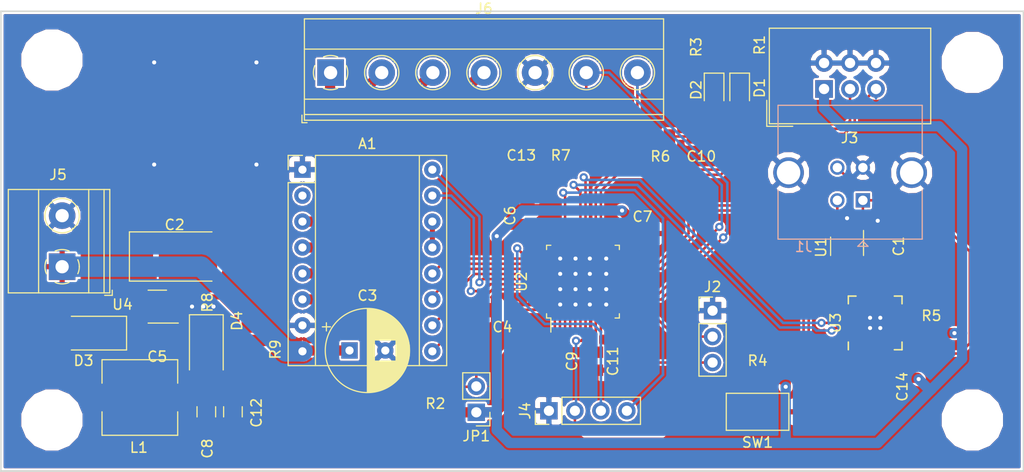
<source format=kicad_pcb>
(kicad_pcb (version 20171130) (host pcbnew "(5.0.0-rc2-dev-647-g0f5eb421b)")
  (layers (0 F.Cu signal) (31 B.Cu signal) (34 B.Paste user) (35 F.Paste user) (36 B.SilkS user) (37 F.SilkS user) (38 B.Mask user) (39 F.Mask user) (44 Edge.Cuts user))
  (net 0 "")
  (net 1 +12V)
  (net 2 GND)
  (net 3 /END_STOP1)
  (net 4 /END_STOP2)
  (net 5 /A1)
  (net 6 /A2)
  (net 7 /B1)
  (net 8 /B2)
  (net 9 "Net-(D1-Pad1)")
  (net 10 /~RST)
  (net 11 +3V3)
  (net 12 "Net-(R5-Pad2)")
  (net 13 "Net-(C10-Pad1)")
  (net 14 "Net-(C13-Pad1)")
  (net 15 "Net-(R8-Pad2)")
  (net 16 "Net-(D2-Pad1)")
  (net 17 "Net-(JP1-Pad2)")
  (net 18 "Net-(C5-Pad1)")
  (net 19 "Net-(C5-Pad2)")
  (net 20 "Net-(J1-Pad3)")
  (net 21 "Net-(J1-Pad2)")
  (net 22 "Net-(U1-Pad4)")
  (net 23 "Net-(U1-Pad6)")
  (net 24 "Net-(C1-Pad1)")
  (net 25 "Net-(U2-Pad2)")
  (net 26 "Net-(U2-Pad3)")
  (net 27 "Net-(U2-Pad4)")
  (net 28 "Net-(U2-Pad5)")
  (net 29 "Net-(U2-Pad6)")
  (net 30 "Net-(U2-Pad10)")
  (net 31 "Net-(U2-Pad11)")
  (net 32 /UART_DEBUG_TX)
  (net 33 /UART_DEBUG_RX)
  (net 34 "Net-(U2-Pad14)")
  (net 35 "Net-(U2-Pad17)")
  (net 36 "Net-(U2-Pad18)")
  (net 37 "Net-(U2-Pad19)")
  (net 38 "Net-(U2-Pad20)")
  (net 39 /UART_PANEL_RX)
  (net 40 /UART_PANEL_TX)
  (net 41 "Net-(U2-Pad25)")
  (net 42 "Net-(U2-Pad26)")
  (net 43 /LED1)
  (net 44 /LED2)
  (net 45 "Net-(U2-Pad29)")
  (net 46 /UART_USB_TX)
  (net 47 /UART_USB_RX)
  (net 48 "Net-(U2-Pad32)")
  (net 49 "Net-(U2-Pad33)")
  (net 50 /SWD_IO)
  (net 51 /SWD_CLK)
  (net 52 /MS2)
  (net 53 /MS1)
  (net 54 /MS0)
  (net 55 /~ENA)
  (net 56 /DIR)
  (net 57 /STEP)
  (net 58 "Net-(U2-Pad45)")
  (net 59 "Net-(U2-Pad46)")
  (net 60 "Net-(U3-Pad1)")
  (net 61 "Net-(U3-Pad2)")
  (net 62 "Net-(U3-Pad7)")
  (net 63 "Net-(U3-Pad10)")
  (net 64 "Net-(U3-Pad11)")
  (net 65 "Net-(U3-Pad12)")
  (net 66 "Net-(U3-Pad13)")
  (net 67 "Net-(U3-Pad14)")
  (net 68 "Net-(U3-Pad15)")
  (net 69 "Net-(U3-Pad16)")
  (net 70 "Net-(U3-Pad17)")
  (net 71 "Net-(U3-Pad18)")
  (net 72 "Net-(U3-Pad19)")
  (net 73 "Net-(U3-Pad20)")
  (net 74 "Net-(U3-Pad21)")
  (net 75 "Net-(U3-Pad22)")
  (net 76 "Net-(U3-Pad23)")
  (net 77 "Net-(U3-Pad24)")
  (net 78 "Net-(U3-Pad27)")
  (net 79 "Net-(U3-Pad28)")
  (net 80 "Net-(A1-Pad2)")
  (net 81 "Net-(A1-Pad13)")
  (module Connector_PinHeader_2.54mm:PinHeader_1x04_P2.54mm_Vertical (layer F.Cu) (at 153.6 99.1 90)
    (fp_text reference J4 (at 0 -2.33 90) (layer F.SilkS))
    (fp_text value SWD_01X04)
    (pad 1 thru_hole rect (at 0 0 90) (size 1.7 1.7) (drill 1) (layers *.Cu *.Mask) (net 2 GND))
    (pad 2 thru_hole oval (at 0 2.54 90) (size 1.7 1.7) (drill 1) (layers *.Cu *.Mask) (net 10 /~RST))
    (pad 3 thru_hole oval (at 0 5.08 90) (size 1.7 1.7) (drill 1) (layers *.Cu *.Mask) (net 51 /SWD_CLK))
    (pad 4 thru_hole oval (at 0 7.62 90) (size 1.7 1.7) (drill 1) (layers *.Cu *.Mask) (net 50 /SWD_IO))
  )
  (module Package_TO_SOT_SMD:SOT-23-6 (layer F.Cu) (at 182.75 83 270)
    (fp_text reference U1 (at 0.1 2.55 270) (layer F.SilkS))
    (fp_text value USBLC6-2SC6)
    (pad 1 smd rect (at -1.1 -0.95 270) (size 1.06 0.65) (layers F.Cu F.Paste F.Mask) (net 20 "Net-(J1-Pad3)"))
    (pad 2 smd rect (at -1.1 0 270) (size 1.06 0.65) (layers F.Cu F.Paste F.Mask) (net 2 GND))
    (pad 3 smd rect (at -1.1 0.95 270) (size 1.06 0.65) (layers F.Cu F.Paste F.Mask) (net 21 "Net-(J1-Pad2)"))
    (pad 4 smd rect (at 1.1 0.95 270) (size 1.06 0.65) (layers F.Cu F.Paste F.Mask) (net 22 "Net-(U1-Pad4)"))
    (pad 6 smd rect (at 1.1 -0.95 270) (size 1.06 0.65) (layers F.Cu F.Paste F.Mask) (net 23 "Net-(U1-Pad6)"))
    (pad 5 smd rect (at 1.1 0 270) (size 1.06 0.65) (layers F.Cu F.Paste F.Mask) (net 24 "Net-(C1-Pad1)"))
  )
  (module Connector_USB:USB_B_TE_5787834_Vertical (layer B.Cu) (at 184.3 78.5)
    (fp_text reference J1 (at -5.8 4.55) (layer B.SilkS) (effects (justify mirror)))
    (fp_text value USB_B)
    (pad 5 thru_hole circle (at 4.77 -2.71) (size 3 3) (drill 2.3) (layers *.Cu *.Mask) (net 2 GND))
    (pad 4 thru_hole circle (at 0 -3.2) (size 1.4 1.4) (drill 0.92) (layers *.Cu *.Mask) (net 2 GND))
    (pad 3 thru_hole circle (at -2.5 -3.2) (size 1.4 1.4) (drill 0.92) (layers *.Cu *.Mask) (net 20 "Net-(J1-Pad3)"))
    (pad 1 thru_hole rect (at 0 0) (size 1.4 1.4) (drill 0.92) (layers *.Cu *.Mask) (net 24 "Net-(C1-Pad1)"))
    (pad 5 thru_hole circle (at -7.27 -2.71) (size 3 3) (drill 2.3) (layers *.Cu *.Mask) (net 2 GND))
    (pad 2 thru_hole circle (at -2.5 0) (size 1.4 1.4) (drill 0.92) (layers *.Cu *.Mask) (net 21 "Net-(J1-Pad2)"))
  )
  (module Connector_PinHeader_2.54mm:PinHeader_1x03_P2.54mm_Vertical (layer F.Cu) (at 169.6 89.3)
    (fp_text reference J2 (at 0 -2.33) (layer F.SilkS))
    (fp_text value UART_01X03)
    (pad 1 thru_hole rect (at 0 0) (size 1.7 1.7) (drill 1) (layers *.Cu *.Mask) (net 2 GND))
    (pad 2 thru_hole oval (at 0 2.54) (size 1.7 1.7) (drill 1) (layers *.Cu *.Mask) (net 33 /UART_DEBUG_RX))
    (pad 3 thru_hole oval (at 0 5.08) (size 1.7 1.7) (drill 1) (layers *.Cu *.Mask) (net 32 /UART_DEBUG_TX))
  )
  (module Capacitor_SMD:C_0805_2012Metric (layer F.Cu) (at 185.75 83 90)
    (fp_text reference C1 (at 0 2.05 90) (layer F.SilkS))
    (fp_text value 100n)
    (pad 1 smd rect (at -0.88 0 90) (size 1.12 1.4) (layers F.Cu F.Paste F.Mask) (net 24 "Net-(C1-Pad1)"))
    (pad 2 smd rect (at 0.88 0 90) (size 1.12 1.4) (layers F.Cu F.Paste F.Mask) (net 2 GND))
  )
  (module Connector_IDC:IDC-Header_2x03_P2.54mm_Vertical (layer F.Cu) (at 180.5 67.6 90)
    (fp_text reference J3 (at -4.8 2.5 180) (layer F.SilkS))
    (fp_text value IDC_02X03)
    (pad 1 thru_hole rect (at 0 0 90) (size 1.7272 1.7272) (drill 1.016) (layers *.Cu *.Mask) (net 11 +3V3))
    (pad 2 thru_hole oval (at 2.54 0 90) (size 1.7272 1.7272) (drill 1.016) (layers *.Cu *.Mask) (net 2 GND))
    (pad 3 thru_hole oval (at 0 2.54 90) (size 1.7272 1.7272) (drill 1.016) (layers *.Cu *.Mask) (net 40 /UART_PANEL_TX))
    (pad 4 thru_hole oval (at 2.54 2.54 90) (size 1.7272 1.7272) (drill 1.016) (layers *.Cu *.Mask) (net 2 GND))
    (pad 5 thru_hole oval (at 0 5.08 90) (size 1.7272 1.7272) (drill 1.016) (layers *.Cu *.Mask) (net 39 /UART_PANEL_RX))
    (pad 6 thru_hole oval (at 2.54 5.08 90) (size 1.7272 1.7272) (drill 1.016) (layers *.Cu *.Mask) (net 2 GND))
  )
  (module LED_SMD:LED_0805_2012Metric (layer F.Cu) (at 169.75 67.75 270)
    (fp_text reference D2 (at -0.05 1.75 270) (layer F.SilkS))
    (fp_text value LED)
    (pad 2 smd rect (at 0.88 0 270) (size 1.12 1.4) (layers F.Cu F.Paste F.Mask) (net 44 /LED2))
    (pad 1 smd rect (at -0.88 0 270) (size 1.12 1.4) (layers F.Cu F.Paste F.Mask) (net 16 "Net-(D2-Pad1)"))
  )
  (module LED_SMD:LED_0805_2012Metric (layer F.Cu) (at 172.25 67.75 270)
    (fp_text reference D1 (at -0.25 -1.95 90) (layer F.SilkS))
    (fp_text value LED)
    (pad 1 smd rect (at -0.88 0 270) (size 1.12 1.4) (layers F.Cu F.Paste F.Mask) (net 9 "Net-(D1-Pad1)"))
    (pad 2 smd rect (at 0.88 0 270) (size 1.12 1.4) (layers F.Cu F.Paste F.Mask) (net 43 /LED1))
  )
  (module Resistor_SMD:R_0805_2012Metric (layer F.Cu) (at 169.75 63.5 90)
    (fp_text reference R3 (at 0 -1.75 270) (layer F.SilkS))
    (fp_text value 330R)
    (pad 1 smd rect (at -0.88 0 90) (size 1.12 1.4) (layers F.Cu F.Paste F.Mask) (net 16 "Net-(D2-Pad1)"))
    (pad 2 smd rect (at 0.88 0 90) (size 1.12 1.4) (layers F.Cu F.Paste F.Mask) (net 2 GND))
  )
  (module Resistor_SMD:R_0805_2012Metric (layer F.Cu) (at 172.25 63.5 90)
    (fp_text reference R1 (at 0.2 1.95 90) (layer F.SilkS))
    (fp_text value 330R)
    (pad 1 smd rect (at -0.88 0 90) (size 1.12 1.4) (layers F.Cu F.Paste F.Mask) (net 9 "Net-(D1-Pad1)"))
    (pad 2 smd rect (at 0.88 0 90) (size 1.12 1.4) (layers F.Cu F.Paste F.Mask) (net 2 GND))
  )
  (module Package_QFP:LQFP-48_7x7mm_P0.5mm (layer F.Cu) (at 156.928 86.46 90)
    (fp_text reference U2 (at 0 -6 90) (layer F.SilkS))
    (fp_text value STM32F072CBTx)
    (pad 1 smd rect (at -4.35 -2.75 90) (size 1.3 0.25) (layers F.Cu F.Paste F.Mask) (net 11 +3V3))
    (pad 2 smd rect (at -4.35 -2.25 90) (size 1.3 0.25) (layers F.Cu F.Paste F.Mask) (net 25 "Net-(U2-Pad2)"))
    (pad 3 smd rect (at -4.35 -1.75 90) (size 1.3 0.25) (layers F.Cu F.Paste F.Mask) (net 26 "Net-(U2-Pad3)"))
    (pad 4 smd rect (at -4.35 -1.25 90) (size 1.3 0.25) (layers F.Cu F.Paste F.Mask) (net 27 "Net-(U2-Pad4)"))
    (pad 5 smd rect (at -4.35 -0.75 90) (size 1.3 0.25) (layers F.Cu F.Paste F.Mask) (net 28 "Net-(U2-Pad5)"))
    (pad 6 smd rect (at -4.35 -0.25 90) (size 1.3 0.25) (layers F.Cu F.Paste F.Mask) (net 29 "Net-(U2-Pad6)"))
    (pad 7 smd rect (at -4.35 0.25 90) (size 1.3 0.25) (layers F.Cu F.Paste F.Mask) (net 10 /~RST))
    (pad 8 smd rect (at -4.35 0.75 90) (size 1.3 0.25) (layers F.Cu F.Paste F.Mask) (net 2 GND))
    (pad 9 smd rect (at -4.35 1.25 90) (size 1.3 0.25) (layers F.Cu F.Paste F.Mask) (net 11 +3V3))
    (pad 10 smd rect (at -4.35 1.75 90) (size 1.3 0.25) (layers F.Cu F.Paste F.Mask) (net 30 "Net-(U2-Pad10)"))
    (pad 11 smd rect (at -4.35 2.25 90) (size 1.3 0.25) (layers F.Cu F.Paste F.Mask) (net 31 "Net-(U2-Pad11)"))
    (pad 12 smd rect (at -4.35 2.75 90) (size 1.3 0.25) (layers F.Cu F.Paste F.Mask) (net 32 /UART_DEBUG_TX))
    (pad 13 smd rect (at -2.75 4.35 180) (size 1.3 0.25) (layers F.Cu F.Paste F.Mask) (net 33 /UART_DEBUG_RX))
    (pad 14 smd rect (at -2.25 4.35 180) (size 1.3 0.25) (layers F.Cu F.Paste F.Mask) (net 34 "Net-(U2-Pad14)"))
    (pad 15 smd rect (at -1.75 4.35 180) (size 1.3 0.25) (layers F.Cu F.Paste F.Mask) (net 3 /END_STOP1))
    (pad 16 smd rect (at -1.25 4.35 180) (size 1.3 0.25) (layers F.Cu F.Paste F.Mask) (net 4 /END_STOP2))
    (pad 17 smd rect (at -0.75 4.35 180) (size 1.3 0.25) (layers F.Cu F.Paste F.Mask) (net 35 "Net-(U2-Pad17)"))
    (pad 18 smd rect (at -0.25 4.35 180) (size 1.3 0.25) (layers F.Cu F.Paste F.Mask) (net 36 "Net-(U2-Pad18)"))
    (pad 19 smd rect (at 0.25 4.35 180) (size 1.3 0.25) (layers F.Cu F.Paste F.Mask) (net 37 "Net-(U2-Pad19)"))
    (pad 20 smd rect (at 0.75 4.35 180) (size 1.3 0.25) (layers F.Cu F.Paste F.Mask) (net 38 "Net-(U2-Pad20)"))
    (pad 21 smd rect (at 1.25 4.35 180) (size 1.3 0.25) (layers F.Cu F.Paste F.Mask) (net 39 /UART_PANEL_RX))
    (pad 22 smd rect (at 1.75 4.35 180) (size 1.3 0.25) (layers F.Cu F.Paste F.Mask) (net 40 /UART_PANEL_TX))
    (pad 23 smd rect (at 2.25 4.35 180) (size 1.3 0.25) (layers F.Cu F.Paste F.Mask) (net 2 GND))
    (pad 24 smd rect (at 2.75 4.35 180) (size 1.3 0.25) (layers F.Cu F.Paste F.Mask) (net 11 +3V3))
    (pad 25 smd rect (at 4.35 2.75 90) (size 1.3 0.25) (layers F.Cu F.Paste F.Mask) (net 41 "Net-(U2-Pad25)"))
    (pad 26 smd rect (at 4.35 2.25 90) (size 1.3 0.25) (layers F.Cu F.Paste F.Mask) (net 42 "Net-(U2-Pad26)"))
    (pad 27 smd rect (at 4.35 1.75 90) (size 1.3 0.25) (layers F.Cu F.Paste F.Mask) (net 43 /LED1))
    (pad 28 smd rect (at 4.35 1.25 90) (size 1.3 0.25) (layers F.Cu F.Paste F.Mask) (net 44 /LED2))
    (pad 29 smd rect (at 4.35 0.75 90) (size 1.3 0.25) (layers F.Cu F.Paste F.Mask) (net 45 "Net-(U2-Pad29)"))
    (pad 30 smd rect (at 4.35 0.25 90) (size 1.3 0.25) (layers F.Cu F.Paste F.Mask) (net 46 /UART_USB_TX))
    (pad 31 smd rect (at 4.35 -0.25 90) (size 1.3 0.25) (layers F.Cu F.Paste F.Mask) (net 47 /UART_USB_RX))
    (pad 32 smd rect (at 4.35 -0.75 90) (size 1.3 0.25) (layers F.Cu F.Paste F.Mask) (net 48 "Net-(U2-Pad32)"))
    (pad 33 smd rect (at 4.35 -1.25 90) (size 1.3 0.25) (layers F.Cu F.Paste F.Mask) (net 49 "Net-(U2-Pad33)"))
    (pad 34 smd rect (at 4.35 -1.75 90) (size 1.3 0.25) (layers F.Cu F.Paste F.Mask) (net 50 /SWD_IO))
    (pad 35 smd rect (at 4.35 -2.25 90) (size 1.3 0.25) (layers F.Cu F.Paste F.Mask) (net 2 GND))
    (pad 36 smd rect (at 4.35 -2.75 90) (size 1.3 0.25) (layers F.Cu F.Paste F.Mask) (net 11 +3V3))
    (pad 37 smd rect (at 2.75 -4.35 180) (size 1.3 0.25) (layers F.Cu F.Paste F.Mask) (net 51 /SWD_CLK))
    (pad 38 smd rect (at 2.25 -4.35 180) (size 1.3 0.25) (layers F.Cu F.Paste F.Mask) (net 52 /MS2))
    (pad 39 smd rect (at 1.75 -4.35 180) (size 1.3 0.25) (layers F.Cu F.Paste F.Mask) (net 53 /MS1))
    (pad 40 smd rect (at 1.25 -4.35 180) (size 1.3 0.25) (layers F.Cu F.Paste F.Mask) (net 54 /MS0))
    (pad 41 smd rect (at 0.75 -4.35 180) (size 1.3 0.25) (layers F.Cu F.Paste F.Mask) (net 55 /~ENA))
    (pad 42 smd rect (at 0.25 -4.35 180) (size 1.3 0.25) (layers F.Cu F.Paste F.Mask) (net 56 /DIR))
    (pad 43 smd rect (at -0.25 -4.35 180) (size 1.3 0.25) (layers F.Cu F.Paste F.Mask) (net 57 /STEP))
    (pad 44 smd rect (at -0.75 -4.35 180) (size 1.3 0.25) (layers F.Cu F.Paste F.Mask) (net 17 "Net-(JP1-Pad2)"))
    (pad 45 smd rect (at -1.25 -4.35 180) (size 1.3 0.25) (layers F.Cu F.Paste F.Mask) (net 58 "Net-(U2-Pad45)"))
    (pad 46 smd rect (at -1.75 -4.35 180) (size 1.3 0.25) (layers F.Cu F.Paste F.Mask) (net 59 "Net-(U2-Pad46)"))
    (pad 47 smd rect (at -2.25 -4.35 180) (size 1.3 0.25) (layers F.Cu F.Paste F.Mask) (net 2 GND))
    (pad 48 smd rect (at -2.75 -4.35 180) (size 1.3 0.25) (layers F.Cu F.Paste F.Mask) (net 11 +3V3))
  )
  (module Module:Pololu_Breakout-16_15.2x20.3mm (layer F.Cu) (at 129.5 75.5)
    (fp_text reference A1 (at 6.35 -2.54) (layer F.SilkS))
    (fp_text value Pololu_Breakout_DRV8825)
    (pad 1 thru_hole rect (at 0 0) (size 1.6 1.6) (drill 0.8) (layers *.Cu *.Mask) (net 2 GND))
    (pad 9 thru_hole oval (at 12.7 17.78) (size 1.6 1.6) (drill 0.8) (layers *.Cu *.Mask) (net 55 /~ENA))
    (pad 2 thru_hole oval (at 0 2.54) (size 1.6 1.6) (drill 0.8) (layers *.Cu *.Mask) (net 80 "Net-(A1-Pad2)"))
    (pad 10 thru_hole oval (at 12.7 15.24) (size 1.6 1.6) (drill 0.8) (layers *.Cu *.Mask) (net 54 /MS0))
    (pad 3 thru_hole oval (at 0 5.08) (size 1.6 1.6) (drill 0.8) (layers *.Cu *.Mask) (net 6 /A2))
    (pad 11 thru_hole oval (at 12.7 12.7) (size 1.6 1.6) (drill 0.8) (layers *.Cu *.Mask) (net 53 /MS1))
    (pad 4 thru_hole oval (at 0 7.62) (size 1.6 1.6) (drill 0.8) (layers *.Cu *.Mask) (net 5 /A1))
    (pad 12 thru_hole oval (at 12.7 10.16) (size 1.6 1.6) (drill 0.8) (layers *.Cu *.Mask) (net 52 /MS2))
    (pad 5 thru_hole oval (at 0 10.16) (size 1.6 1.6) (drill 0.8) (layers *.Cu *.Mask) (net 7 /B1))
    (pad 13 thru_hole oval (at 12.7 7.62) (size 1.6 1.6) (drill 0.8) (layers *.Cu *.Mask) (net 81 "Net-(A1-Pad13)"))
    (pad 6 thru_hole oval (at 0 12.7) (size 1.6 1.6) (drill 0.8) (layers *.Cu *.Mask) (net 8 /B2))
    (pad 14 thru_hole oval (at 12.7 5.08) (size 1.6 1.6) (drill 0.8) (layers *.Cu *.Mask) (net 81 "Net-(A1-Pad13)"))
    (pad 7 thru_hole oval (at 0 15.24) (size 1.6 1.6) (drill 0.8) (layers *.Cu *.Mask) (net 2 GND))
    (pad 15 thru_hole oval (at 12.7 2.54) (size 1.6 1.6) (drill 0.8) (layers *.Cu *.Mask) (net 57 /STEP))
    (pad 8 thru_hole oval (at 0 17.78) (size 1.6 1.6) (drill 0.8) (layers *.Cu *.Mask) (net 1 +12V))
    (pad 16 thru_hole oval (at 12.7 0) (size 1.6 1.6) (drill 0.8) (layers *.Cu *.Mask) (net 56 /DIR))
  )
  (module Button_Switch_SMD:SW_SPST_FSMSM (layer F.Cu) (at 174 99.2 180)
    (fp_text reference SW1 (at 0 -3 180) (layer F.SilkS))
    (fp_text value SW_Push)
    (pad 1 smd rect (at -4.59 0 180) (size 2.18 1.6) (layers F.Cu F.Paste F.Mask) (net 2 GND))
    (pad 2 smd rect (at 4.59 0 180) (size 2.18 1.6) (layers F.Cu F.Paste F.Mask) (net 10 /~RST))
  )
  (module Connector_PinHeader_2.54mm:PinHeader_1x02_P2.54mm_Vertical (layer F.Cu) (at 146.5 99.25 180)
    (fp_text reference JP1 (at 0 -2.33 180) (layer F.SilkS))
    (fp_text value PROG)
    (pad 1 thru_hole rect (at 0 0 180) (size 1.7 1.7) (drill 1) (layers *.Cu *.Mask) (net 11 +3V3))
    (pad 2 thru_hole oval (at 0 2.54 180) (size 1.7 1.7) (drill 1) (layers *.Cu *.Mask) (net 17 "Net-(JP1-Pad2)"))
  )
  (module Resistor_SMD:R_0805_2012Metric (layer F.Cu) (at 174 96 180)
    (fp_text reference R4 (at 0 1.8 180) (layer F.SilkS))
    (fp_text value 10k)
    (pad 2 smd rect (at 0.88 0 180) (size 1.12 1.4) (layers F.Cu F.Paste F.Mask) (net 10 /~RST))
    (pad 1 smd rect (at -0.88 0 180) (size 1.12 1.4) (layers F.Cu F.Paste F.Mask) (net 11 +3V3))
  )
  (module Capacitor_SMD:C_0805_2012Metric (layer F.Cu) (at 186.5 96.75 270)
    (fp_text reference C14 (at 0 -1.65 270) (layer F.SilkS))
    (fp_text value 100n)
    (pad 2 smd rect (at 0.88 0 270) (size 1.12 1.4) (layers F.Cu F.Paste F.Mask) (net 2 GND))
    (pad 1 smd rect (at -0.88 0 270) (size 1.12 1.4) (layers F.Cu F.Paste F.Mask) (net 11 +3V3))
  )
  (module Package_DFN_QFN:QFN-28-1EP_5x5mm_P0.5mm_EP3.35x3.35mm (layer F.Cu) (at 185.5 90.5 90)
    (fp_text reference U3 (at 0 -3.875 90) (layer F.SilkS))
    (fp_text value CP2102)
    (pad 1 smd oval (at -2.45 -1.5 90) (size 0.85 0.3) (layers F.Cu F.Paste F.Mask) (net 60 "Net-(U3-Pad1)"))
    (pad 2 smd oval (at -2.45 -1 90) (size 0.85 0.3) (layers F.Cu F.Paste F.Mask) (net 61 "Net-(U3-Pad2)"))
    (pad 3 smd oval (at -2.45 -0.5 90) (size 0.85 0.3) (layers F.Cu F.Paste F.Mask) (net 2 GND))
    (pad 4 smd oval (at -2.45 0 90) (size 0.85 0.3) (layers F.Cu F.Paste F.Mask) (net 23 "Net-(U1-Pad6)"))
    (pad 5 smd oval (at -2.45 0.5 90) (size 0.85 0.3) (layers F.Cu F.Paste F.Mask) (net 22 "Net-(U1-Pad4)"))
    (pad 6 smd oval (at -2.45 1 90) (size 0.85 0.3) (layers F.Cu F.Paste F.Mask) (net 11 +3V3))
    (pad 7 smd oval (at -2.45 1.5 90) (size 0.85 0.3) (layers F.Cu F.Paste F.Mask) (net 62 "Net-(U3-Pad7)"))
    (pad 8 smd oval (at -1.5 2.45 180) (size 0.85 0.3) (layers F.Cu F.Paste F.Mask) (net 24 "Net-(C1-Pad1)"))
    (pad 9 smd oval (at -1 2.45 180) (size 0.85 0.3) (layers F.Cu F.Paste F.Mask) (net 12 "Net-(R5-Pad2)"))
    (pad 10 smd oval (at -0.5 2.45 180) (size 0.85 0.3) (layers F.Cu F.Paste F.Mask) (net 63 "Net-(U3-Pad10)"))
    (pad 11 smd oval (at 0 2.45 180) (size 0.85 0.3) (layers F.Cu F.Paste F.Mask) (net 64 "Net-(U3-Pad11)"))
    (pad 12 smd oval (at 0.5 2.45 180) (size 0.85 0.3) (layers F.Cu F.Paste F.Mask) (net 65 "Net-(U3-Pad12)"))
    (pad 13 smd oval (at 1 2.45 180) (size 0.85 0.3) (layers F.Cu F.Paste F.Mask) (net 66 "Net-(U3-Pad13)"))
    (pad 14 smd oval (at 1.5 2.45 180) (size 0.85 0.3) (layers F.Cu F.Paste F.Mask) (net 67 "Net-(U3-Pad14)"))
    (pad 15 smd oval (at 2.45 1.5 90) (size 0.85 0.3) (layers F.Cu F.Paste F.Mask) (net 68 "Net-(U3-Pad15)"))
    (pad 16 smd oval (at 2.45 1 90) (size 0.85 0.3) (layers F.Cu F.Paste F.Mask) (net 69 "Net-(U3-Pad16)"))
    (pad 17 smd oval (at 2.45 0.5 90) (size 0.85 0.3) (layers F.Cu F.Paste F.Mask) (net 70 "Net-(U3-Pad17)"))
    (pad 18 smd oval (at 2.45 0 90) (size 0.85 0.3) (layers F.Cu F.Paste F.Mask) (net 71 "Net-(U3-Pad18)"))
    (pad 19 smd oval (at 2.45 -0.5 90) (size 0.85 0.3) (layers F.Cu F.Paste F.Mask) (net 72 "Net-(U3-Pad19)"))
    (pad 20 smd oval (at 2.45 -1 90) (size 0.85 0.3) (layers F.Cu F.Paste F.Mask) (net 73 "Net-(U3-Pad20)"))
    (pad 21 smd oval (at 2.45 -1.5 90) (size 0.85 0.3) (layers F.Cu F.Paste F.Mask) (net 74 "Net-(U3-Pad21)"))
    (pad 22 smd oval (at 1.5 -2.45 180) (size 0.85 0.3) (layers F.Cu F.Paste F.Mask) (net 75 "Net-(U3-Pad22)"))
    (pad 23 smd oval (at 1 -2.45 180) (size 0.85 0.3) (layers F.Cu F.Paste F.Mask) (net 76 "Net-(U3-Pad23)"))
    (pad 24 smd oval (at 0.5 -2.45 180) (size 0.85 0.3) (layers F.Cu F.Paste F.Mask) (net 77 "Net-(U3-Pad24)"))
    (pad 25 smd oval (at 0 -2.45 180) (size 0.85 0.3) (layers F.Cu F.Paste F.Mask) (net 46 /UART_USB_TX))
    (pad 26 smd oval (at -0.5 -2.45 180) (size 0.85 0.3) (layers F.Cu F.Paste F.Mask) (net 47 /UART_USB_RX))
    (pad 27 smd oval (at -1 -2.45 180) (size 0.85 0.3) (layers F.Cu F.Paste F.Mask) (net 78 "Net-(U3-Pad27)"))
    (pad 28 smd oval (at -1.5 -2.45 180) (size 0.85 0.3) (layers F.Cu F.Paste F.Mask) (net 79 "Net-(U3-Pad28)"))
    (pad 29 smd rect (at 0 0 90) (size 3.35 3.35) (layers F.Cu F.Mask) (net 2 GND))
  )
  (module Resistor_SMD:R_0805_2012Metric (layer F.Cu) (at 191 91.5 180)
    (fp_text reference R5 (at 0 1.7 180) (layer F.SilkS))
    (fp_text value R)
    (pad 1 smd rect (at -0.88 0 180) (size 1.12 1.4) (layers F.Cu F.Paste F.Mask) (net 11 +3V3))
    (pad 2 smd rect (at 0.88 0 180) (size 1.12 1.4) (layers F.Cu F.Paste F.Mask) (net 12 "Net-(R5-Pad2)"))
  )
  (module Resistor_SMD:R_0805_2012Metric (layer F.Cu) (at 142.5 96.75 180)
    (fp_text reference R2 (at 0 -1.65 180) (layer F.SilkS))
    (fp_text value 10k)
    (pad 2 smd rect (at 0.88 0 180) (size 1.12 1.4) (layers F.Cu F.Paste F.Mask) (net 2 GND))
    (pad 1 smd rect (at -0.88 0 180) (size 1.12 1.4) (layers F.Cu F.Paste F.Mask) (net 17 "Net-(JP1-Pad2)"))
  )
  (module Capacitor_THT:CP_Radial_D8.0mm_P3.50mm (layer F.Cu) (at 134.1 93.2)
    (fp_text reference C3 (at 1.75 -5.37) (layer F.SilkS))
    (fp_text value 100u/50V)
    (pad 1 thru_hole rect (at 0 0) (size 1.6 1.6) (drill 0.8) (layers *.Cu *.Mask) (net 1 +12V))
    (pad 2 thru_hole circle (at 3.5 0) (size 1.6 1.6) (drill 0.8) (layers *.Cu *.Mask) (net 2 GND))
  )
  (module TerminalBlock_Phoenix:TerminalBlock_Phoenix_MKDS-1,5-2_1x02_P5.00mm_Horizontal (layer F.Cu) (at 106 85 90)
    (fp_text reference J5 (at 9 -0.4 180) (layer F.SilkS))
    (fp_text value Power_Terminal)
    (pad 1 thru_hole rect (at 0 0 90) (size 2.6 2.6) (drill 1.3) (layers *.Cu *.Mask) (net 1 +12V))
    (pad 2 thru_hole circle (at 5 0 90) (size 2.6 2.6) (drill 1.3) (layers *.Cu *.Mask) (net 2 GND))
  )
  (module TerminalBlock_Phoenix:TerminalBlock_Phoenix_MKDS-1,5-7_1x07_P5.00mm_Horizontal (layer F.Cu) (at 132.25 66)
    (fp_text reference J6 (at 15 -6.26) (layer F.SilkS))
    (fp_text value Screw_Terminal)
    (pad 1 thru_hole rect (at 0 0) (size 2.6 2.6) (drill 1.3) (layers *.Cu *.Mask) (net 6 /A2))
    (pad 2 thru_hole circle (at 5 0) (size 2.6 2.6) (drill 1.3) (layers *.Cu *.Mask) (net 5 /A1))
    (pad 3 thru_hole circle (at 10 0) (size 2.6 2.6) (drill 1.3) (layers *.Cu *.Mask) (net 7 /B1))
    (pad 4 thru_hole circle (at 15 0) (size 2.6 2.6) (drill 1.3) (layers *.Cu *.Mask) (net 8 /B2))
    (pad 5 thru_hole circle (at 20 0) (size 2.6 2.6) (drill 1.3) (layers *.Cu *.Mask) (net 2 GND))
    (pad 6 thru_hole circle (at 25 0) (size 2.6 2.6) (drill 1.3) (layers *.Cu *.Mask) (net 4 /END_STOP2))
    (pad 7 thru_hole circle (at 30 0) (size 2.6 2.6) (drill 1.3) (layers *.Cu *.Mask) (net 3 /END_STOP1))
  )
  (module Capacitor_SMD:C_0805_2012Metric (layer F.Cu) (at 149.054 89.254 180)
    (fp_text reference C4 (at 0 -1.65 180) (layer F.SilkS))
    (fp_text value 100n)
    (pad 2 smd rect (at 0.88 0 180) (size 1.12 1.4) (layers F.Cu F.Paste F.Mask) (net 2 GND))
    (pad 1 smd rect (at -0.88 0 180) (size 1.12 1.4) (layers F.Cu F.Paste F.Mask) (net 11 +3V3))
  )
  (module Capacitor_SMD:C_0805_2012Metric (layer F.Cu) (at 115.3 92.1 180)
    (fp_text reference C5 (at 0 -1.7 180) (layer F.SilkS))
    (fp_text value 100n)
    (pad 1 smd rect (at -0.88 0 180) (size 1.12 1.4) (layers F.Cu F.Paste F.Mask) (net 18 "Net-(C5-Pad1)"))
    (pad 2 smd rect (at 0.88 0 180) (size 1.12 1.4) (layers F.Cu F.Paste F.Mask) (net 19 "Net-(C5-Pad2)"))
  )
  (module Capacitor_SMD:C_0805_2012Metric (layer F.Cu) (at 151.5 80 90)
    (fp_text reference C6 (at 0 -1.7 90) (layer F.SilkS))
    (fp_text value 100n)
    (pad 2 smd rect (at 0.88 0 90) (size 1.12 1.4) (layers F.Cu F.Paste F.Mask) (net 2 GND))
    (pad 1 smd rect (at -0.88 0 90) (size 1.12 1.4) (layers F.Cu F.Paste F.Mask) (net 11 +3V3))
  )
  (module Capacitor_SMD:C_0805_2012Metric (layer F.Cu) (at 162.75 81.75)
    (fp_text reference C7 (at 0 -1.65) (layer F.SilkS))
    (fp_text value 100n)
    (pad 1 smd rect (at -0.88 0) (size 1.12 1.4) (layers F.Cu F.Paste F.Mask) (net 11 +3V3))
    (pad 2 smd rect (at 0.88 0) (size 1.12 1.4) (layers F.Cu F.Paste F.Mask) (net 2 GND))
  )
  (module Capacitor_SMD:C_0805_2012Metric (layer F.Cu) (at 154.2 94.25 270)
    (fp_text reference C9 (at 0 -1.65 270) (layer F.SilkS))
    (fp_text value 100n)
    (pad 2 smd rect (at 0.88 0 270) (size 1.12 1.4) (layers F.Cu F.Paste F.Mask) (net 2 GND))
    (pad 1 smd rect (at -0.88 0 270) (size 1.12 1.4) (layers F.Cu F.Paste F.Mask) (net 11 +3V3))
  )
  (module Capacitor_SMD:C_0805_2012Metric (layer F.Cu) (at 168.5 72.25)
    (fp_text reference C10 (at 0 1.95) (layer F.SilkS))
    (fp_text value 10n)
    (pad 1 smd rect (at -0.88 0) (size 1.12 1.4) (layers F.Cu F.Paste F.Mask) (net 13 "Net-(C10-Pad1)"))
    (pad 2 smd rect (at 0.88 0) (size 1.12 1.4) (layers F.Cu F.Paste F.Mask) (net 2 GND))
  )
  (module Capacitor_SMD:C_0805_2012Metric (layer F.Cu) (at 158.2 94.25 270)
    (fp_text reference C11 (at 0 -1.65 270) (layer F.SilkS))
    (fp_text value 100n)
    (pad 2 smd rect (at 0.88 0 270) (size 1.12 1.4) (layers F.Cu F.Paste F.Mask) (net 2 GND))
    (pad 1 smd rect (at -0.88 0 270) (size 1.12 1.4) (layers F.Cu F.Paste F.Mask) (net 11 +3V3))
  )
  (module Capacitor_SMD:C_0805_2012Metric (layer F.Cu) (at 150.75 72.25 180)
    (fp_text reference C13 (at -0.15 -1.85 180) (layer F.SilkS))
    (fp_text value 10n)
    (pad 1 smd rect (at -0.88 0 180) (size 1.12 1.4) (layers F.Cu F.Paste F.Mask) (net 14 "Net-(C13-Pad1)"))
    (pad 2 smd rect (at 0.88 0 180) (size 1.12 1.4) (layers F.Cu F.Paste F.Mask) (net 2 GND))
  )
  (module Capacitor_SMD:C_1206_3216Metric (layer F.Cu) (at 120.1 99.2 270)
    (fp_text reference C8 (at 3.6 -0.1 270) (layer F.SilkS))
    (fp_text value 10u/10V)
    (pad 2 smd rect (at 1.43 0 270) (size 1.22 1.8) (layers F.Cu F.Paste F.Mask) (net 2 GND))
    (pad 1 smd rect (at -1.43 0 270) (size 1.22 1.8) (layers F.Cu F.Paste F.Mask) (net 11 +3V3))
  )
  (module Capacitor_SMD:C_1206_3216Metric (layer F.Cu) (at 122.7 99.2 270)
    (fp_text reference C12 (at 0.1 -2.3 270) (layer F.SilkS))
    (fp_text value 10u/10V)
    (pad 1 smd rect (at -1.43 0 270) (size 1.22 1.8) (layers F.Cu F.Paste F.Mask) (net 11 +3V3))
    (pad 2 smd rect (at 1.43 0 270) (size 1.22 1.8) (layers F.Cu F.Paste F.Mask) (net 2 GND))
  )
  (module Capacitor_Tantalum_SMD:CP_EIA-7343-31_Kemet-D (layer F.Cu) (at 117 84)
    (fp_text reference C2 (at 0 -3.1) (layer F.SilkS))
    (fp_text value 22u/25V)
    (pad 1 smd rect (at -3.13 0) (size 2.06 2.6) (layers F.Cu F.Paste F.Mask) (net 1 +12V))
    (pad 2 smd rect (at 3.13 0) (size 2.06 2.6) (layers F.Cu F.Paste F.Mask) (net 2 GND))
  )
  (module Diode_SMD:D_SMA (layer F.Cu) (at 108.9 91.5 180)
    (fp_text reference D3 (at 0.8 -2.7 180) (layer F.SilkS))
    (fp_text value SS14)
    (pad 2 smd rect (at 2 0 180) (size 2.5 1.8) (layers F.Cu F.Paste F.Mask) (net 2 GND))
    (pad 1 smd rect (at -2 0 180) (size 2.5 1.8) (layers F.Cu F.Paste F.Mask) (net 19 "Net-(C5-Pad2)"))
  )
  (module Diode_SMD:D_SMA (layer F.Cu) (at 120.1 93.1 270)
    (fp_text reference D4 (at -2.8 -3 270) (layer F.SilkS))
    (fp_text value SS14)
    (pad 1 smd rect (at -2 0 270) (size 2.5 1.8) (layers F.Cu F.Paste F.Mask) (net 18 "Net-(C5-Pad1)"))
    (pad 2 smd rect (at 2 0 270) (size 2.5 1.8) (layers F.Cu F.Paste F.Mask) (net 11 +3V3))
  )
  (module Inductor_SMD:L_7.3x7.3_H4.5 (layer F.Cu) (at 113.6 97.8)
    (fp_text reference L1 (at -0.1 4.9) (layer F.SilkS))
    (fp_text value DE0704-22)
    (pad 1 smd rect (at -3.2 0) (size 1.5 2.2) (layers F.Cu F.Paste F.Mask) (net 19 "Net-(C5-Pad2)"))
    (pad 2 smd rect (at 3.2 0) (size 1.5 2.2) (layers F.Cu F.Paste F.Mask) (net 11 +3V3))
  )
  (module KLIB_Mechanical:Bolt_M3 (layer F.Cu) (at 105 100)
    (fp_text reference H1 hide)
    (fp_text value M3)
    (pad "" np_thru_hole circle (at 0 0) (size 3 3) (drill 3) (layers *.Cu *.Mask) (clearance 1.5))
  )
  (module KLIB_Mechanical:Bolt_M3 (layer F.Cu) (at 105 64.77)
    (fp_text reference H2 hide)
    (fp_text value M3)
    (pad "" np_thru_hole circle (at 0 0) (size 3 3) (drill 3) (layers *.Cu *.Mask) (clearance 1.5))
  )
  (module KLIB_Mechanical:Bolt_M3 (layer F.Cu) (at 195 100)
    (fp_text reference H3 hide)
    (fp_text value M3)
    (pad "" np_thru_hole circle (at 0 0) (size 3 3) (drill 3) (layers *.Cu *.Mask) (clearance 1.5))
  )
  (module KLIB_Mechanical:Bolt_M3 (layer F.Cu) (at 195 65)
    (fp_text reference H4 hide)
    (fp_text value M3)
    (pad "" np_thru_hole circle (at 0 0) (size 3 3) (drill 3) (layers *.Cu *.Mask) (clearance 1.5))
  )
  (module Package_TO_SOT_SMD:SOT-23-6_Handsoldering (layer F.Cu) (at 115.309164 88.906584 180)
    (fp_text reference U4 (at 3.409164 0.206584 180) (layer F.SilkS))
    (fp_text value MCP16301H)
    (pad 1 smd rect (at -1.35 -0.95 180) (size 1.56 0.65) (layers F.Cu F.Paste F.Mask) (net 18 "Net-(C5-Pad1)"))
    (pad 2 smd rect (at -1.35 0 180) (size 1.56 0.65) (layers F.Cu F.Paste F.Mask) (net 2 GND))
    (pad 3 smd rect (at -1.35 0.95 180) (size 1.56 0.65) (layers F.Cu F.Paste F.Mask) (net 15 "Net-(R8-Pad2)"))
    (pad 4 smd rect (at 1.35 0.95 180) (size 1.56 0.65) (layers F.Cu F.Paste F.Mask) (net 1 +12V))
    (pad 6 smd rect (at 1.35 -0.95 180) (size 1.56 0.65) (layers F.Cu F.Paste F.Mask) (net 19 "Net-(C5-Pad2)"))
    (pad 5 smd rect (at 1.35 0 180) (size 1.56 0.65) (layers F.Cu F.Paste F.Mask) (net 1 +12V))
  )
  (module Resistor_SMD:R_0805_2012Metric (layer F.Cu) (at 123.1 93.1 90)
    (fp_text reference R8 (at 4.6 -2.9 90) (layer F.SilkS))
    (fp_text value 33k)
    (pad 1 smd rect (at -0.88 0 90) (size 1.12 1.4) (layers F.Cu F.Paste F.Mask) (net 11 +3V3))
    (pad 2 smd rect (at 0.88 0 90) (size 1.12 1.4) (layers F.Cu F.Paste F.Mask) (net 15 "Net-(R8-Pad2)"))
  )
  (module Resistor_SMD:R_0805_2012Metric (layer F.Cu) (at 125.2 93.1 270)
    (fp_text reference R9 (at 0 -1.65 270) (layer F.SilkS))
    (fp_text value 10k)
    (pad 2 smd rect (at 0.88 0 270) (size 1.12 1.4) (layers F.Cu F.Paste F.Mask) (net 2 GND))
    (pad 1 smd rect (at -0.88 0 270) (size 1.12 1.4) (layers F.Cu F.Paste F.Mask) (net 15 "Net-(R8-Pad2)"))
  )
  (module Resistor_SMD:R_0805_2012Metric (layer F.Cu) (at 154.75 72.25 180)
    (fp_text reference R7 (at 0 -1.85 180) (layer F.SilkS))
    (fp_text value 100R)
    (pad 1 smd rect (at -0.88 0 180) (size 1.12 1.4) (layers F.Cu F.Paste F.Mask) (net 4 /END_STOP2))
    (pad 2 smd rect (at 0.88 0 180) (size 1.12 1.4) (layers F.Cu F.Paste F.Mask) (net 14 "Net-(C13-Pad1)"))
  )
  (module Resistor_SMD:R_0805_2012Metric (layer F.Cu) (at 164.5 72.25)
    (fp_text reference R6 (at 0 1.95) (layer F.SilkS))
    (fp_text value 100R)
    (pad 2 smd rect (at 0.88 0) (size 1.12 1.4) (layers F.Cu F.Paste F.Mask) (net 13 "Net-(C10-Pad1)"))
    (pad 1 smd rect (at -0.88 0) (size 1.12 1.4) (layers F.Cu F.Paste F.Mask) (net 3 /END_STOP1))
  )
  (gr_line (start 100 105) (end 100 60) (layer Edge.Cuts) (width 0.15))
  (gr_line (start 200 105) (end 100 105) (layer Edge.Cuts) (width 0.15))
  (gr_line (start 200 60) (end 200 105) (layer Edge.Cuts) (width 0.15))
  (gr_line (start 100 60) (end 200 60) (layer Edge.Cuts) (width 0.15))
  (segment (start 129.5 93.28) (end 127.88 93.28) (width 2) (layer B.Cu) (net 1))
  (segment (start 127.88 93.28) (end 119.6 85) (width 2) (layer B.Cu) (net 1))
  (segment (start 119.6 85) (end 106 85) (width 2) (layer B.Cu) (net 1))
  (segment (start 129.58 93.2) (end 129.5 93.28) (width 1) (layer F.Cu) (net 1))
  (segment (start 134.1 93.2) (end 129.58 93.2) (width 1) (layer F.Cu) (net 1))
  (via (at 156.2 87.2) (size 0.8) (drill 0.4) (layers F.Cu B.Cu) (net 2))
  (via (at 156.2 85.7) (size 0.8) (drill 0.4) (layers F.Cu B.Cu) (net 2))
  (via (at 157.6 85.7) (size 0.8) (drill 0.4) (layers F.Cu B.Cu) (net 2))
  (via (at 157.6 87.2) (size 0.8) (drill 0.4) (layers F.Cu B.Cu) (net 2))
  (via (at 159.2 87.2) (size 0.8) (drill 0.4) (layers F.Cu B.Cu) (net 2))
  (via (at 159.2 85.7) (size 0.8) (drill 0.4) (layers F.Cu B.Cu) (net 2))
  (via (at 157.6 84.2) (size 0.8) (drill 0.4) (layers F.Cu B.Cu) (net 2))
  (via (at 156.2 84.2) (size 0.8) (drill 0.4) (layers F.Cu B.Cu) (net 2))
  (via (at 154.7 85.7) (size 0.8) (drill 0.4) (layers F.Cu B.Cu) (net 2))
  (via (at 154.7 87.2) (size 0.8) (drill 0.4) (layers F.Cu B.Cu) (net 2))
  (via (at 157.6 88.7) (size 0.8) (drill 0.4) (layers F.Cu B.Cu) (net 2))
  (via (at 156.2 88.7) (size 0.8) (drill 0.4) (layers F.Cu B.Cu) (net 2))
  (via (at 154.7 88.7) (size 0.8) (drill 0.4) (layers F.Cu B.Cu) (net 2))
  (via (at 159.2 88.7) (size 0.8) (drill 0.4) (layers F.Cu B.Cu) (net 2))
  (via (at 159.2 84.2) (size 0.8) (drill 0.4) (layers F.Cu B.Cu) (net 2))
  (via (at 154.7 84.2) (size 0.8) (drill 0.4) (layers F.Cu B.Cu) (net 2))
  (segment (start 119.8 88.9) (end 120.8 88.9) (width 0.5) (layer B.Cu) (net 2))
  (via (at 120.8 88.9) (size 0.8) (drill 0.4) (layers F.Cu B.Cu) (net 2))
  (segment (start 118.7 88.9) (end 119.8 88.9) (width 0.5) (layer B.Cu) (net 2))
  (via (at 119.8 88.9) (size 0.8) (drill 0.4) (layers F.Cu B.Cu) (net 2))
  (segment (start 116.659164 88.906584) (end 118.693416 88.906584) (width 0.5) (layer F.Cu) (net 2))
  (segment (start 118.693416 88.906584) (end 118.7 88.9) (width 0.5) (layer F.Cu) (net 2))
  (via (at 118.7 88.9) (size 0.8) (drill 0.4) (layers F.Cu B.Cu) (net 2))
  (segment (start 185 92.95) (end 185 91) (width 0.25) (layer F.Cu) (net 2))
  (via (at 185.75 80.5) (size 0.8) (drill 0.4) (layers F.Cu B.Cu) (net 2))
  (via (at 185 91) (size 0.8) (drill 0.4) (layers F.Cu B.Cu) (net 2))
  (via (at 186 91) (size 0.8) (drill 0.4) (layers F.Cu B.Cu) (net 2))
  (via (at 186 90) (size 0.8) (drill 0.4) (layers F.Cu B.Cu) (net 2))
  (via (at 185 90) (size 0.8) (drill 0.4) (layers F.Cu B.Cu) (net 2))
  (via (at 115 65) (size 0.8) (drill 0.4) (layers F.Cu B.Cu) (net 2))
  (via (at 125 65) (size 0.8) (drill 0.4) (layers F.Cu B.Cu) (net 2))
  (via (at 115 75) (size 0.8) (drill 0.4) (layers F.Cu B.Cu) (net 2))
  (via (at 125 75) (size 0.8) (drill 0.4) (layers F.Cu B.Cu) (net 2))
  (via (at 182.74999 80.25) (size 0.8) (drill 0.4) (layers F.Cu B.Cu) (net 2))
  (segment (start 182.75 81.9) (end 182.75 80.25001) (width 0.5) (layer F.Cu) (net 2))
  (segment (start 182.75 80.25001) (end 182.74999 80.25) (width 0.5) (layer F.Cu) (net 2))
  (segment (start 163.62 72.25) (end 162.75 72.25) (width 0.25) (layer F.Cu) (net 3))
  (segment (start 162.25 71.75) (end 162.25 67.838477) (width 0.25) (layer F.Cu) (net 3))
  (segment (start 162.75 72.25) (end 162.25 71.75) (width 0.25) (layer F.Cu) (net 3))
  (segment (start 162.25 67.838477) (end 162.25 66) (width 0.25) (layer F.Cu) (net 3))
  (segment (start 161.278 88.21) (end 164.565722 88.21) (width 0.25) (layer F.Cu) (net 3))
  (segment (start 170.239743 82.535979) (end 170.639742 82.13598) (width 0.25) (layer F.Cu) (net 3))
  (segment (start 164.565722 88.21) (end 170.239743 82.535979) (width 0.25) (layer F.Cu) (net 3))
  (via (at 170.639742 82.13598) (size 0.8) (drill 0.4) (layers F.Cu B.Cu) (net 3))
  (segment (start 171.039741 81.735981) (end 170.639742 82.13598) (width 0.25) (layer B.Cu) (net 3))
  (segment (start 171.039741 76.767641) (end 171.039741 81.735981) (width 0.25) (layer B.Cu) (net 3))
  (segment (start 162.25 66) (end 162.25 67.9779) (width 0.25) (layer B.Cu) (net 3))
  (segment (start 162.25 67.9779) (end 171.039741 76.767641) (width 0.25) (layer B.Cu) (net 3))
  (segment (start 157.25 71.75) (end 156.75 72.25) (width 0.25) (layer F.Cu) (net 4))
  (segment (start 156.75 72.25) (end 155.63 72.25) (width 0.25) (layer F.Cu) (net 4))
  (segment (start 157.25 66) (end 157.25 71.75) (width 0.25) (layer F.Cu) (net 4))
  (via (at 170.26128 81.1022) (size 0.8) (drill 0.4) (layers F.Cu B.Cu) (net 4))
  (segment (start 170.5 80.86348) (end 170.26128 81.1022) (width 0.25) (layer B.Cu) (net 4))
  (segment (start 170.5 77.0153) (end 170.5 80.86348) (width 0.25) (layer B.Cu) (net 4))
  (segment (start 157.25 66) (end 159.4847 66) (width 0.25) (layer B.Cu) (net 4))
  (segment (start 159.4847 66) (end 170.5 77.0153) (width 0.25) (layer B.Cu) (net 4))
  (segment (start 170.26128 81.1022) (end 169.694656 81.668824) (width 0.25) (layer F.Cu) (net 4))
  (segment (start 169.694656 81.668824) (end 169.694656 82.305344) (width 0.25) (layer F.Cu) (net 4))
  (segment (start 164.29 87.71) (end 163.5 87.71) (width 0.25) (layer F.Cu) (net 4))
  (segment (start 169.694656 82.305344) (end 164.29 87.71) (width 0.25) (layer F.Cu) (net 4))
  (segment (start 161.278 87.71) (end 163.5 87.71) (width 0.25) (layer F.Cu) (net 4))
  (segment (start 137.25 66) (end 134.5 68.75) (width 1) (layer F.Cu) (net 5))
  (segment (start 134.5 80.8) (end 132.18 83.12) (width 1) (layer F.Cu) (net 5))
  (segment (start 134.5 68.75) (end 134.5 80.8) (width 1) (layer F.Cu) (net 5))
  (segment (start 132.18 83.12) (end 129.8 83.12) (width 1) (layer F.Cu) (net 5))
  (segment (start 132.2 66.05) (end 132.25 66) (width 1) (layer F.Cu) (net 6))
  (segment (start 132.2 79.7) (end 132.2 66.05) (width 1) (layer F.Cu) (net 6))
  (segment (start 129.8 80.58) (end 131.32 80.58) (width 1) (layer F.Cu) (net 6))
  (segment (start 131.32 80.58) (end 132.2 79.7) (width 1) (layer F.Cu) (net 6))
  (segment (start 129.8 85.66) (end 132.34 85.66) (width 1) (layer F.Cu) (net 7))
  (segment (start 132.34 85.66) (end 137 81) (width 1) (layer F.Cu) (net 7))
  (segment (start 137 81) (end 137 71.25) (width 1) (layer F.Cu) (net 7))
  (segment (start 137 71.25) (end 142.25 66) (width 1) (layer F.Cu) (net 7))
  (segment (start 139.25 81.55) (end 132.6 88.2) (width 1) (layer F.Cu) (net 8))
  (segment (start 139.25 73.85) (end 139.25 81.55) (width 1) (layer F.Cu) (net 8))
  (segment (start 147.25 65.85) (end 139.25 73.85) (width 1) (layer F.Cu) (net 8))
  (segment (start 147.25 65.75) (end 147.25 65.85) (width 1) (layer F.Cu) (net 8))
  (segment (start 132.6 88.2) (end 129.8 88.2) (width 1) (layer F.Cu) (net 8))
  (segment (start 172.25 66.87) (end 172.25 64.38) (width 0.25) (layer F.Cu) (net 9))
  (segment (start 156.25 92.25) (end 156.25 98.99) (width 0.25) (layer B.Cu) (net 10))
  (segment (start 156.25 98.99) (end 156.14 99.1) (width 0.25) (layer B.Cu) (net 10))
  (segment (start 157.178 91.822) (end 157.178 90.81) (width 0.25) (layer F.Cu) (net 10))
  (segment (start 156.25 92.25) (end 156.75 92.25) (width 0.25) (layer F.Cu) (net 10))
  (segment (start 156.75 92.25) (end 157.178 91.822) (width 0.25) (layer F.Cu) (net 10))
  (via (at 156.25 92.25) (size 0.8) (drill 0.4) (layers F.Cu B.Cu) (net 10))
  (segment (start 156.14 92.36) (end 156.25 92.25) (width 0.25) (layer B.Cu) (net 10))
  (segment (start 173.12 96) (end 173.12 97.88) (width 0.25) (layer F.Cu) (net 10))
  (segment (start 171.8 99.2) (end 170.75 99.2) (width 0.25) (layer F.Cu) (net 10))
  (segment (start 173.12 97.88) (end 171.8 99.2) (width 0.25) (layer F.Cu) (net 10))
  (segment (start 170.75 99.2) (end 169.41 99.2) (width 0.25) (layer F.Cu) (net 10))
  (segment (start 156.14 100.44) (end 156.14 99.1) (width 0.25) (layer F.Cu) (net 10))
  (segment (start 157.1 101.4) (end 156.14 100.44) (width 0.25) (layer F.Cu) (net 10))
  (segment (start 164.7 101.4) (end 157.1 101.4) (width 0.25) (layer F.Cu) (net 10))
  (segment (start 169.41 99.2) (end 166.9 99.2) (width 0.25) (layer F.Cu) (net 10))
  (segment (start 166.9 99.2) (end 164.7 101.4) (width 0.25) (layer F.Cu) (net 10))
  (segment (start 151 92.25) (end 152.12 93.37) (width 1) (layer F.Cu) (net 11))
  (segment (start 152.12 93.37) (end 154.2 93.37) (width 1) (layer F.Cu) (net 11))
  (segment (start 158.2 93.37) (end 154.2 93.37) (width 1) (layer F.Cu) (net 11))
  (segment (start 158.15 93.32) (end 158.2 93.37) (width 1) (layer F.Cu) (net 11))
  (segment (start 174.75 102.25) (end 176.75 102.25) (width 1) (layer B.Cu) (net 11))
  (segment (start 176.75 97.315685) (end 176.75 96.75) (width 1) (layer B.Cu) (net 11))
  (segment (start 176.75 102.25) (end 176.75 97.315685) (width 1) (layer B.Cu) (net 11))
  (segment (start 174.88 96) (end 176.44 96) (width 1) (layer F.Cu) (net 11))
  (via (at 176.75 96.75) (size 0.8) (drill 0.4) (layers F.Cu B.Cu) (net 11))
  (segment (start 176.75 96.31) (end 176.75 96.75) (width 1) (layer F.Cu) (net 11))
  (segment (start 176.44 96) (end 176.75 96.31) (width 1) (layer F.Cu) (net 11))
  (segment (start 174.75 102.25) (end 185.75 102.25) (width 1) (layer B.Cu) (net 11))
  (segment (start 149.75 102.25) (end 174.75 102.25) (width 1) (layer B.Cu) (net 11))
  (segment (start 186.5 95.87) (end 189.62 95.87) (width 1) (layer F.Cu) (net 11))
  (segment (start 189.62 95.87) (end 189.75 96) (width 1) (layer F.Cu) (net 11))
  (segment (start 190.75 97) (end 189.75 96) (width 1) (layer B.Cu) (net 11))
  (segment (start 191 97) (end 190.75 97) (width 1) (layer B.Cu) (net 11))
  (segment (start 191 97) (end 194 94) (width 1) (layer B.Cu) (net 11))
  (segment (start 185.75 102.25) (end 191 97) (width 1) (layer B.Cu) (net 11))
  (via (at 189.75 96) (size 0.8) (drill 0.4) (layers F.Cu B.Cu) (net 11))
  (segment (start 193.25 91.5) (end 191.88 91.5) (width 1) (layer F.Cu) (net 11))
  (segment (start 194 91.5) (end 194 73.5) (width 1) (layer B.Cu) (net 11))
  (via (at 193.25 91.5) (size 0.8) (drill 0.4) (layers F.Cu B.Cu) (net 11))
  (segment (start 194 94) (end 194 91.5) (width 1) (layer B.Cu) (net 11))
  (segment (start 194 91.5) (end 193.25 91.5) (width 1) (layer B.Cu) (net 11))
  (segment (start 148.5 99.5) (end 148.5 101) (width 1) (layer B.Cu) (net 11))
  (segment (start 148.5 82) (end 148.5 99.5) (width 1) (layer B.Cu) (net 11))
  (segment (start 146.5 99.25) (end 148.35 99.25) (width 1) (layer B.Cu) (net 11))
  (segment (start 148.35 99.25) (end 148.5 99.4) (width 1) (layer B.Cu) (net 11))
  (segment (start 148.5 99.4) (end 148.5 99.5) (width 1) (layer B.Cu) (net 11))
  (segment (start 148.5 101) (end 149.75 102.25) (width 1) (layer B.Cu) (net 11))
  (segment (start 160.75 79.5) (end 151 79.5) (width 1) (layer B.Cu) (net 11))
  (segment (start 149.62 80.88) (end 148.899999 81.600001) (width 1) (layer F.Cu) (net 11))
  (segment (start 148.899999 81.600001) (end 148.5 82) (width 1) (layer F.Cu) (net 11))
  (via (at 148.5 82) (size 0.8) (drill 0.4) (layers F.Cu B.Cu) (net 11))
  (segment (start 151 79.5) (end 148.899999 81.600001) (width 1) (layer B.Cu) (net 11))
  (segment (start 151.5 80.88) (end 149.62 80.88) (width 1) (layer F.Cu) (net 11))
  (segment (start 148.899999 81.600001) (end 148.5 82) (width 1) (layer B.Cu) (net 11))
  (segment (start 182.25 71.25) (end 180.5 69.5) (width 1) (layer B.Cu) (net 11))
  (segment (start 180.5 69.5) (end 180.5 67.6) (width 1) (layer B.Cu) (net 11))
  (segment (start 191.75 71.25) (end 182.25 71.25) (width 1) (layer B.Cu) (net 11))
  (segment (start 194 73.5) (end 191.75 71.25) (width 1) (layer B.Cu) (net 11))
  (segment (start 161.87 81.75) (end 161.87 80.62) (width 1) (layer F.Cu) (net 11))
  (segment (start 161.87 80.62) (end 160.75 79.5) (width 1) (layer F.Cu) (net 11))
  (via (at 160.75 79.5) (size 0.8) (drill 0.4) (layers F.Cu B.Cu) (net 11))
  (segment (start 154.178 82.11) (end 154.178 81.428) (width 0.25) (layer F.Cu) (net 11))
  (segment (start 152.45 80.88) (end 151.5 80.88) (width 0.25) (layer F.Cu) (net 11))
  (segment (start 154.178 81.428) (end 153.63 80.88) (width 0.25) (layer F.Cu) (net 11))
  (segment (start 153.63 80.88) (end 152.45 80.88) (width 0.25) (layer F.Cu) (net 11))
  (segment (start 146.5 99.25) (end 134.75 99.25) (width 1) (layer F.Cu) (net 11))
  (segment (start 134.75 99.25) (end 133.27 97.77) (width 1) (layer F.Cu) (net 11))
  (segment (start 133.27 97.77) (end 122.7 97.77) (width 1) (layer F.Cu) (net 11))
  (segment (start 149.934 91.184) (end 151 92.25) (width 1) (layer F.Cu) (net 11))
  (segment (start 149.5 98.1) (end 149.5 93.75) (width 1) (layer F.Cu) (net 11))
  (segment (start 149.5 93.75) (end 151 92.25) (width 1) (layer F.Cu) (net 11))
  (segment (start 149.934 89.254) (end 149.934 91.184) (width 1) (layer F.Cu) (net 11))
  (segment (start 146.5 99.25) (end 148.35 99.25) (width 1) (layer F.Cu) (net 11))
  (segment (start 148.35 99.25) (end 149.5 98.1) (width 1) (layer F.Cu) (net 11))
  (segment (start 158.178 90.81) (end 158.178 93.348) (width 0.25) (layer F.Cu) (net 11))
  (segment (start 158.178 93.348) (end 158.2 93.37) (width 0.25) (layer F.Cu) (net 11))
  (segment (start 154.178 90.81) (end 154.178 93.298) (width 0.25) (layer F.Cu) (net 11))
  (segment (start 154.178 93.298) (end 154.2 93.32) (width 0.25) (layer F.Cu) (net 11))
  (segment (start 161.278 83.71) (end 161.278 82.472) (width 0.25) (layer F.Cu) (net 11))
  (segment (start 161.278 82.472) (end 161.5 82.25) (width 0.25) (layer F.Cu) (net 11))
  (segment (start 186.5 95.12) (end 186.5 95.87) (width 0.25) (layer F.Cu) (net 11))
  (segment (start 186.5 92.95) (end 186.5 95.12) (width 0.25) (layer F.Cu) (net 11))
  (segment (start 149.978 89.21) (end 149.934 89.254) (width 0.25) (layer F.Cu) (net 11))
  (segment (start 152.578 89.21) (end 149.978 89.21) (width 0.25) (layer F.Cu) (net 11))
  (segment (start 149.934 89.254) (end 149.8 89.388) (width 0.5) (layer F.Cu) (net 11))
  (segment (start 187.95 91.5) (end 190.12 91.5) (width 0.25) (layer F.Cu) (net 12))
  (segment (start 165.38 72.25) (end 167.62 72.25) (width 0.25) (layer F.Cu) (net 13))
  (segment (start 153.87 72.25) (end 151.63 72.25) (width 0.25) (layer F.Cu) (net 14))
  (segment (start 123.1 92.22) (end 125.2 92.22) (width 0.5) (layer F.Cu) (net 15))
  (segment (start 123.1 89.6) (end 121.456584 87.956584) (width 0.5) (layer F.Cu) (net 15))
  (segment (start 121.456584 87.956584) (end 116.659164 87.956584) (width 0.5) (layer F.Cu) (net 15))
  (segment (start 123.1 92.22) (end 123.1 89.6) (width 0.5) (layer F.Cu) (net 15))
  (segment (start 169.75 66.87) (end 169.75 64.38) (width 0.25) (layer F.Cu) (net 16))
  (segment (start 143.38 96.75) (end 146.46 96.75) (width 0.25) (layer F.Cu) (net 17))
  (segment (start 146.46 96.75) (end 146.5 96.71) (width 0.25) (layer F.Cu) (net 17))
  (segment (start 146.29 96.5) (end 146.5 96.71) (width 0.25) (layer F.Cu) (net 17))
  (segment (start 146.5 96.71) (end 146.5 88.8) (width 0.25) (layer F.Cu) (net 17))
  (segment (start 146.5 88.8) (end 146.6 88.7) (width 0.25) (layer F.Cu) (net 17))
  (segment (start 147.4 87.9) (end 146.6 88.7) (width 0.25) (layer F.Cu) (net 17))
  (segment (start 152.578 87.21) (end 148.09 87.21) (width 0.25) (layer F.Cu) (net 17))
  (segment (start 148.09 87.21) (end 147.4 87.9) (width 0.25) (layer F.Cu) (net 17))
  (segment (start 116.5 92.1) (end 119.1 92.1) (width 1.5) (layer F.Cu) (net 18))
  (segment (start 119.1 92.1) (end 120.1 91.1) (width 1.5) (layer F.Cu) (net 18))
  (segment (start 117 92) (end 117.25 92) (width 1) (layer F.Cu) (net 18))
  (segment (start 117.25 92) (end 117.15 92.1) (width 1) (layer F.Cu) (net 18))
  (segment (start 117.15 92.1) (end 116.18 92.1) (width 1) (layer F.Cu) (net 18))
  (segment (start 116.659164 89.856584) (end 116.659164 89.909164) (width 0.5) (layer F.Cu) (net 18))
  (segment (start 116.659164 89.909164) (end 116.75 90) (width 0.5) (layer F.Cu) (net 18))
  (segment (start 116.75 90) (end 116.75 91.53) (width 0.5) (layer F.Cu) (net 18))
  (segment (start 116.75 91.53) (end 116.18 92.1) (width 0.5) (layer F.Cu) (net 18))
  (segment (start 116.659164 91.620836) (end 116.18 92.1) (width 0.5) (layer F.Cu) (net 18))
  (segment (start 110.9 91.5) (end 110.9 94.5) (width 1.5) (layer F.Cu) (net 19))
  (segment (start 110.4 97.8) (end 110.4 95.2) (width 1.5) (layer F.Cu) (net 19))
  (segment (start 110.4 95.2) (end 110.9 94.7) (width 1.5) (layer F.Cu) (net 19))
  (segment (start 110.9 94.7) (end 110.9 94.5) (width 1.5) (layer F.Cu) (net 19))
  (segment (start 113.959164 89.856584) (end 112.893416 89.856584) (width 0.5) (layer F.Cu) (net 19))
  (segment (start 112.893416 89.856584) (end 111.25 91.5) (width 0.5) (layer F.Cu) (net 19))
  (segment (start 111.25 91.5) (end 110.9 91.5) (width 0.5) (layer F.Cu) (net 19))
  (segment (start 113.959164 89.856584) (end 113.959164 91.639164) (width 0.5) (layer F.Cu) (net 19))
  (segment (start 113.959164 91.639164) (end 114.42 92.1) (width 0.5) (layer F.Cu) (net 19))
  (segment (start 183.7 81.12) (end 183.725002 81.094998) (width 0.25) (layer F.Cu) (net 20))
  (segment (start 183.7 81.9) (end 183.7 81.12) (width 0.25) (layer F.Cu) (net 20))
  (segment (start 183.725002 81.094998) (end 183.725002 79.975002) (width 0.25) (layer F.Cu) (net 20))
  (segment (start 182.499999 75.999999) (end 181.8 75.3) (width 0.25) (layer F.Cu) (net 20))
  (segment (start 183.725002 79.975002) (end 183 79.25) (width 0.25) (layer F.Cu) (net 20))
  (segment (start 183 79.25) (end 183 76.5) (width 0.25) (layer F.Cu) (net 20))
  (segment (start 183 76.5) (end 182.499999 75.999999) (width 0.25) (layer F.Cu) (net 20))
  (segment (start 181.8 81.695) (end 181.8 78.5) (width 0.25) (layer F.Cu) (net 21))
  (segment (start 181.8 81.9) (end 181.8 81.695) (width 0.25) (layer F.Cu) (net 21))
  (segment (start 178.5 92.75) (end 178.5 87) (width 0.25) (layer F.Cu) (net 22))
  (segment (start 179.75 85.75) (end 178.5 87) (width 0.25) (layer F.Cu) (net 22))
  (segment (start 180.93 85.75) (end 179.75 85.75) (width 0.25) (layer F.Cu) (net 22))
  (segment (start 181.8 84.1) (end 181.8 84.88) (width 0.25) (layer F.Cu) (net 22))
  (segment (start 181.8 84.88) (end 180.93 85.75) (width 0.25) (layer F.Cu) (net 22))
  (segment (start 180.75 95) (end 178.5 92.75) (width 0.25) (layer F.Cu) (net 22))
  (segment (start 185.25 95) (end 180.75 95) (width 0.25) (layer F.Cu) (net 22))
  (segment (start 186 94.25) (end 185.25 95) (width 0.25) (layer F.Cu) (net 22))
  (segment (start 186 92.95) (end 186 94.25) (width 0.25) (layer F.Cu) (net 22))
  (segment (start 179 87.25) (end 179 92.5) (width 0.25) (layer F.Cu) (net 23))
  (segment (start 182.33 86.25) (end 180 86.25) (width 0.25) (layer F.Cu) (net 23))
  (segment (start 180 86.25) (end 179 87.25) (width 0.25) (layer F.Cu) (net 23))
  (segment (start 183.7 84.1) (end 183.7 84.88) (width 0.25) (layer F.Cu) (net 23))
  (segment (start 183.7 84.88) (end 182.33 86.25) (width 0.25) (layer F.Cu) (net 23))
  (segment (start 185 94.5) (end 185.5 94) (width 0.25) (layer F.Cu) (net 23))
  (segment (start 179 92.5) (end 181 94.5) (width 0.25) (layer F.Cu) (net 23))
  (segment (start 185.5 94) (end 185.5 92.95) (width 0.25) (layer F.Cu) (net 23))
  (segment (start 181 94.5) (end 185 94.5) (width 0.25) (layer F.Cu) (net 23))
  (segment (start 184.3 80.05) (end 184.3 78.5) (width 0.25) (layer F.Cu) (net 24))
  (segment (start 184.5 80.25) (end 184.3 80.05) (width 0.25) (layer F.Cu) (net 24))
  (segment (start 184.5 83) (end 184.5 80.25) (width 0.25) (layer F.Cu) (net 24))
  (segment (start 184.5 83) (end 185.38 83.88) (width 0.25) (layer F.Cu) (net 24))
  (segment (start 183.07 83) (end 184.5 83) (width 0.25) (layer F.Cu) (net 24))
  (segment (start 182.75 83.32) (end 183.07 83) (width 0.25) (layer F.Cu) (net 24))
  (segment (start 182.75 84.1) (end 182.75 83.32) (width 0.25) (layer F.Cu) (net 24))
  (segment (start 185.38 83.88) (end 185.75 83.88) (width 0.25) (layer F.Cu) (net 24))
  (segment (start 186.75 78.5) (end 184.3 78.5) (width 0.25) (layer F.Cu) (net 24))
  (segment (start 194.75 83.5) (end 189.75 78.5) (width 0.25) (layer F.Cu) (net 24))
  (segment (start 189.75 78.5) (end 186.75 78.5) (width 0.25) (layer F.Cu) (net 24))
  (segment (start 194.75 92.5) (end 194.75 83.5) (width 0.25) (layer F.Cu) (net 24))
  (segment (start 193.75 93.5) (end 194.75 92.5) (width 0.25) (layer F.Cu) (net 24))
  (segment (start 190.125 93.5) (end 193.75 93.5) (width 0.25) (layer F.Cu) (net 24))
  (segment (start 187.95 92) (end 188.625 92) (width 0.25) (layer F.Cu) (net 24))
  (segment (start 188.625 92) (end 190.125 93.5) (width 0.25) (layer F.Cu) (net 24))
  (segment (start 168.397919 94.38) (end 169.6 94.38) (width 0.25) (layer F.Cu) (net 32))
  (segment (start 162.348 94.38) (end 168.397919 94.38) (width 0.25) (layer F.Cu) (net 32))
  (segment (start 159.678 91.71) (end 162.348 94.38) (width 0.25) (layer F.Cu) (net 32))
  (segment (start 159.678 90.81) (end 159.678 91.71) (width 0.25) (layer F.Cu) (net 32))
  (segment (start 165.94 91.84) (end 169.6 91.84) (width 0.25) (layer F.Cu) (net 33))
  (segment (start 163.3 89.2) (end 165.94 91.84) (width 0.25) (layer F.Cu) (net 33))
  (segment (start 161.278 89.21) (end 161.288 89.2) (width 0.25) (layer F.Cu) (net 33))
  (segment (start 161.288 89.2) (end 163.3 89.2) (width 0.25) (layer F.Cu) (net 33))
  (segment (start 182.5 72) (end 183.5 71) (width 0.25) (layer F.Cu) (net 39))
  (segment (start 177 72) (end 182.5 72) (width 0.25) (layer F.Cu) (net 39))
  (segment (start 174 77.25) (end 174 75) (width 0.25) (layer F.Cu) (net 39))
  (segment (start 171.75 79.5) (end 174 77.25) (width 0.25) (layer F.Cu) (net 39))
  (segment (start 167.75 82) (end 167.75 80) (width 0.25) (layer F.Cu) (net 39))
  (segment (start 168.25 79.5) (end 171.75 79.5) (width 0.25) (layer F.Cu) (net 39))
  (segment (start 174 75) (end 177 72) (width 0.25) (layer F.Cu) (net 39))
  (segment (start 161.278 85.21) (end 164.54 85.21) (width 0.25) (layer F.Cu) (net 39))
  (segment (start 164.54 85.21) (end 167.75 82) (width 0.25) (layer F.Cu) (net 39))
  (segment (start 167.75 80) (end 168.25 79.5) (width 0.25) (layer F.Cu) (net 39))
  (segment (start 183.5 71) (end 183.5 69.68) (width 0.25) (layer F.Cu) (net 39))
  (segment (start 183.5 69.68) (end 185.58 67.6) (width 0.25) (layer F.Cu) (net 39))
  (segment (start 185.58 68.52) (end 185.58 67.6) (width 0.25) (layer B.Cu) (net 39))
  (segment (start 182.25 71.5) (end 183.04 70.71) (width 0.25) (layer F.Cu) (net 40))
  (segment (start 176.75 71.5) (end 182.25 71.5) (width 0.25) (layer F.Cu) (net 40))
  (segment (start 171.5 79) (end 173.5 77) (width 0.25) (layer F.Cu) (net 40))
  (segment (start 164.29 84.71) (end 167.25 81.75) (width 0.25) (layer F.Cu) (net 40))
  (segment (start 168 79) (end 171.5 79) (width 0.25) (layer F.Cu) (net 40))
  (segment (start 173.5 77) (end 173.5 74.75) (width 0.25) (layer F.Cu) (net 40))
  (segment (start 161.278 84.71) (end 164.29 84.71) (width 0.25) (layer F.Cu) (net 40))
  (segment (start 167.25 79.75) (end 168 79) (width 0.25) (layer F.Cu) (net 40))
  (segment (start 173.5 74.75) (end 176.75 71.5) (width 0.25) (layer F.Cu) (net 40))
  (segment (start 167.25 81.75) (end 167.25 79.75) (width 0.25) (layer F.Cu) (net 40))
  (segment (start 183.04 70.71) (end 183.04 67.6) (width 0.25) (layer F.Cu) (net 40))
  (segment (start 160.25 76) (end 170.4 76) (width 0.25) (layer F.Cu) (net 43))
  (segment (start 170.4 76) (end 172.25 74.15) (width 0.25) (layer F.Cu) (net 43))
  (segment (start 158.678 77.572) (end 160.25 76) (width 0.25) (layer F.Cu) (net 43))
  (segment (start 158.678 82.11) (end 158.678 77.572) (width 0.25) (layer F.Cu) (net 43))
  (segment (start 172.25 74.15) (end 172.25 68.63) (width 0.25) (layer F.Cu) (net 43))
  (segment (start 159.974998 75.5) (end 170.25 75.5) (width 0.25) (layer F.Cu) (net 44))
  (segment (start 158.178 77.296998) (end 159.974998 75.5) (width 0.25) (layer F.Cu) (net 44))
  (segment (start 170.25 75.5) (end 171.75 74) (width 0.25) (layer F.Cu) (net 44))
  (segment (start 158.178 82.11) (end 158.178 77.296998) (width 0.25) (layer F.Cu) (net 44))
  (segment (start 171.75 74) (end 171.75 70.5) (width 0.25) (layer F.Cu) (net 44))
  (segment (start 171.5 70.25) (end 170 70.25) (width 0.25) (layer F.Cu) (net 44))
  (segment (start 171.75 70.5) (end 171.5 70.25) (width 0.25) (layer F.Cu) (net 44))
  (segment (start 170 70.25) (end 169.75 70) (width 0.25) (layer F.Cu) (net 44))
  (segment (start 169.75 70) (end 169.75 68.63) (width 0.25) (layer F.Cu) (net 44))
  (segment (start 180.25 90.5) (end 176.5 90.5) (width 0.25) (layer B.Cu) (net 46))
  (segment (start 157.25 76.5) (end 157 76.25) (width 0.25) (layer B.Cu) (net 46))
  (segment (start 176.5 90.5) (end 162.5 76.5) (width 0.25) (layer B.Cu) (net 46))
  (segment (start 162.5 76.5) (end 157.25 76.5) (width 0.25) (layer B.Cu) (net 46))
  (segment (start 157.178 82.11) (end 157.178 76.428) (width 0.25) (layer F.Cu) (net 46))
  (via (at 157 76.25) (size 0.8) (drill 0.4) (layers F.Cu B.Cu) (net 46))
  (segment (start 157.178 76.428) (end 157 76.25) (width 0.25) (layer F.Cu) (net 46))
  (segment (start 183.05 90.5) (end 180.25 90.5) (width 0.25) (layer F.Cu) (net 46))
  (via (at 180.25 90.5) (size 0.8) (drill 0.4) (layers F.Cu B.Cu) (net 46))
  (segment (start 181.5 91) (end 181.25 91.25) (width 0.25) (layer F.Cu) (net 47))
  (segment (start 183.05 91) (end 181.5 91) (width 0.25) (layer F.Cu) (net 47))
  (via (at 181.25 91.25) (size 0.8) (drill 0.4) (layers F.Cu B.Cu) (net 47))
  (via (at 156.00934 76.98994) (size 0.8) (drill 0.4) (layers F.Cu B.Cu) (net 47))
  (segment (start 156.678 77.6586) (end 156.409339 77.389939) (width 0.25) (layer F.Cu) (net 47))
  (segment (start 156.678 82.11) (end 156.678 77.6586) (width 0.25) (layer F.Cu) (net 47))
  (segment (start 156.409339 77.389939) (end 156.00934 76.98994) (width 0.25) (layer F.Cu) (net 47))
  (segment (start 156.575025 76.98994) (end 156.00934 76.98994) (width 0.25) (layer B.Cu) (net 47))
  (segment (start 162.23994 76.98994) (end 156.575025 76.98994) (width 0.25) (layer B.Cu) (net 47))
  (segment (start 176.20001 90.95001) (end 162.23994 76.98994) (width 0.25) (layer B.Cu) (net 47))
  (segment (start 179.45001 90.95001) (end 176.20001 90.95001) (width 0.25) (layer B.Cu) (net 47))
  (segment (start 179.75 91.25) (end 179.45001 90.95001) (width 0.25) (layer B.Cu) (net 47))
  (segment (start 181.25 91.25) (end 179.75 91.25) (width 0.25) (layer B.Cu) (net 47))
  (segment (start 162 77.5) (end 156.75 77.5) (width 0.25) (layer B.Cu) (net 50))
  (segment (start 164.75 80.25) (end 162 77.5) (width 0.25) (layer B.Cu) (net 50))
  (segment (start 164.75 95.57) (end 164.75 80.25) (width 0.25) (layer B.Cu) (net 50))
  (segment (start 161.22 99.1) (end 164.75 95.57) (width 0.25) (layer B.Cu) (net 50))
  (segment (start 156.75 77.5) (end 156.5 77.75) (width 0.25) (layer B.Cu) (net 50))
  (segment (start 156.5 77.75) (end 154.999998 77.75) (width 0.25) (layer B.Cu) (net 50))
  (segment (start 155.178 77.928002) (end 154.999998 77.75) (width 0.25) (layer F.Cu) (net 50))
  (segment (start 155.178 82.11) (end 155.178 77.928002) (width 0.25) (layer F.Cu) (net 50))
  (via (at 154.999998 77.75) (size 0.8) (drill 0.4) (layers F.Cu B.Cu) (net 50))
  (segment (start 153.2 90.6) (end 150.5 87.9) (width 0.25) (layer B.Cu) (net 51))
  (segment (start 150.5 87.9) (end 150.5 83.2) (width 0.25) (layer B.Cu) (net 51))
  (segment (start 158.68 91.38) (end 157.9 90.6) (width 0.25) (layer B.Cu) (net 51))
  (segment (start 157.9 90.6) (end 153.2 90.6) (width 0.25) (layer B.Cu) (net 51))
  (segment (start 151.01 83.71) (end 150.899999 83.599999) (width 0.25) (layer F.Cu) (net 51))
  (segment (start 152.578 83.71) (end 151.01 83.71) (width 0.25) (layer F.Cu) (net 51))
  (segment (start 158.68 99.1) (end 158.68 91.38) (width 0.25) (layer B.Cu) (net 51))
  (via (at 150.5 83.2) (size 0.8) (drill 0.4) (layers F.Cu B.Cu) (net 51))
  (segment (start 150.899999 83.599999) (end 150.5 83.2) (width 0.25) (layer F.Cu) (net 51))
  (segment (start 142.999999 84.860001) (end 142.2 85.66) (width 0.25) (layer F.Cu) (net 52))
  (segment (start 152.578 84.21) (end 143.65 84.21) (width 0.25) (layer F.Cu) (net 52))
  (segment (start 143.65 84.21) (end 142.999999 84.860001) (width 0.25) (layer F.Cu) (net 52))
  (segment (start 142.2 87.9) (end 142.2 88.2) (width 0.25) (layer F.Cu) (net 53))
  (segment (start 152.578 84.71) (end 145.39 84.71) (width 0.25) (layer F.Cu) (net 53))
  (segment (start 145.39 84.71) (end 142.2 87.9) (width 0.25) (layer F.Cu) (net 53))
  (segment (start 145.79 85.21) (end 152.578 85.21) (width 0.25) (layer F.Cu) (net 54))
  (segment (start 143.7 87.3) (end 145.79 85.21) (width 0.25) (layer F.Cu) (net 54))
  (segment (start 142.2 90.74) (end 143.7 89.24) (width 0.25) (layer F.Cu) (net 54))
  (segment (start 143.7 89.24) (end 143.7 87.3) (width 0.25) (layer F.Cu) (net 54))
  (segment (start 146.29 85.71) (end 145.8 86.2) (width 0.25) (layer F.Cu) (net 55))
  (segment (start 152.578 85.71) (end 146.29 85.71) (width 0.25) (layer F.Cu) (net 55))
  (segment (start 145.8 86.2) (end 145.78 86.2) (width 0.25) (layer F.Cu) (net 55))
  (segment (start 142.999999 92.480001) (end 142.2 93.28) (width 0.25) (layer F.Cu) (net 55))
  (segment (start 144.4 91.08) (end 142.999999 92.480001) (width 0.25) (layer F.Cu) (net 55))
  (segment (start 145.8 86.2) (end 144.4 87.6) (width 0.25) (layer F.Cu) (net 55))
  (segment (start 144.4 87.6) (end 144.4 91.08) (width 0.25) (layer F.Cu) (net 55))
  (segment (start 152.578 86.21) (end 147.11499 86.21) (width 0.25) (layer F.Cu) (net 56))
  (segment (start 147.11499 86.21) (end 146.8 86.52499) (width 0.25) (layer F.Cu) (net 56))
  (via (at 146.8 86.52499) (size 0.8) (drill 0.4) (layers F.Cu B.Cu) (net 56))
  (segment (start 146.8 80.1) (end 146.8 86.52499) (width 0.25) (layer B.Cu) (net 56))
  (segment (start 142.2 75.5) (end 146.8 80.1) (width 0.25) (layer B.Cu) (net 56))
  (via (at 145.96618 87.38362) (size 0.8) (drill 0.4) (layers F.Cu B.Cu) (net 57))
  (segment (start 152.578 86.71) (end 147.89 86.71) (width 0.25) (layer F.Cu) (net 57))
  (segment (start 146.531865 87.38362) (end 145.96618 87.38362) (width 0.25) (layer F.Cu) (net 57))
  (segment (start 147.89 86.71) (end 147.21638 87.38362) (width 0.25) (layer F.Cu) (net 57))
  (segment (start 147.21638 87.38362) (end 146.531865 87.38362) (width 0.25) (layer F.Cu) (net 57))
  (segment (start 144.04 78.04) (end 142.2 78.04) (width 0.25) (layer B.Cu) (net 57))
  (segment (start 146.25 80.25) (end 144.04 78.04) (width 0.25) (layer B.Cu) (net 57))
  (segment (start 146.25 85.84999) (end 146.25 80.25) (width 0.25) (layer B.Cu) (net 57))
  (segment (start 145.96618 87.38362) (end 145.96618 86.13381) (width 0.25) (layer B.Cu) (net 57))
  (segment (start 145.96618 86.13381) (end 146.25 85.84999) (width 0.25) (layer B.Cu) (net 57))
  (segment (start 142.2 83.12) (end 142.2 80.58) (width 0.5) (layer F.Cu) (net 81))
  (zone (net 2) (net_name GND) (layer F.Cu) (connect_pads (clearance 0.2)) (min_thickness 0.254) (fill yes (arc_segments 16) (thermal_gap 0.508) (thermal_bridge_width 0.508))
    (polygon (pts (xy 200 105) (xy 200 60) (xy 100 60) (xy 100 105)))
  )
  (zone (net 2) (net_name GND) (layer B.Cu) (connect_pads (clearance 0.2)) (min_thickness 0.254) (fill yes (arc_segments 16) (thermal_gap 0.508) (thermal_bridge_width 0.508))
    (polygon (pts (xy 200 105) (xy 200 60) (xy 100 60) (xy 100 105)))
  )
  (zone (net 11) (net_name +3V3) (layer F.Cu) (priority 1) (connect_pads (clearance 0.2)) (min_thickness 0.254) (fill yes (arc_segments 16) (thermal_gap 0.508) (thermal_bridge_width 0.508))
    (polygon (pts (xy 115.25 96.25) (xy 115.25 99.25) (xy 118.25 99.25) (xy 118.75 98.75) (xy 124.5 98.75) (xy 124.5 96.25) (xy 124 95.75) (xy 124 94.5) (xy 124 93.25) (xy 118.25 93.25)))
  )
  (zone (net 1) (net_name +12V) (layer F.Cu) (priority 1) (connect_pads (clearance 0.2)) (min_thickness 0.254) (fill yes (arc_segments 16) (thermal_gap 0.508) (thermal_bridge_width 0.508))
    (polygon (pts (xy 103 87.75) (xy 110.5 87.75) (xy 112.25 89.5) (xy 115.25 89.5) (xy 115.25 82.5) (xy 103 82.5)))
  )
)
</source>
